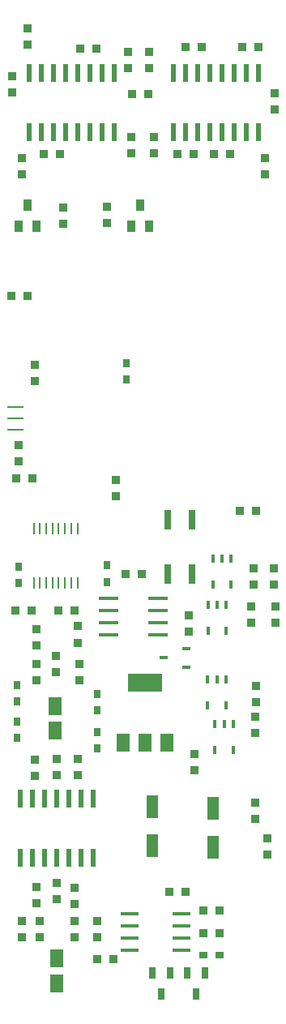
<source format=gtp>
G04 DipTrace 3.3.0.0*
G04 mBrane_02.GTP*
%MOIN*%
G04 #@! TF.FileFunction,Paste,Top*
G04 #@! TF.Part,Single*
%AMOUTLINE2*
4,1,4,
-0.023559,0.047181,
-0.023559,-0.047181,
0.023559,-0.047181,
0.023559,0.047181,
-0.023559,0.047181,
0*%
%AMOUTLINE5*
4,1,4,
0.015685,-0.017654,
-0.015685,-0.017654,
-0.015685,0.017654,
0.015685,0.017654,
0.015685,-0.017654,
0*%
%AMOUTLINE8*
4,1,4,
0.025528,-0.03537,
0.025528,0.03537,
-0.025528,0.03537,
-0.025528,-0.03537,
0.025528,-0.03537,
0*%
%AMOUTLINE11*
4,1,4,
0.017654,0.015685,
0.017654,-0.015685,
-0.017654,-0.015685,
-0.017654,0.015685,
0.017654,0.015685,
0*%
%AMOUTLINE14*
4,1,4,
-0.015685,0.017654,
0.015685,0.017654,
0.015685,-0.017654,
-0.015685,-0.017654,
-0.015685,0.017654,
0*%
%AMOUTLINE17*
4,1,4,
0.0255,0.0355,
-0.0255,0.0355,
-0.0255,-0.0355,
0.0255,-0.0355,
0.0255,0.0355,
0*%
%AMOUTLINE20*
4,1,4,
0.071,0.0355,
-0.071,0.0355,
-0.071,-0.0355,
0.071,-0.0355,
0.071,0.0355,
0*%
%AMOUTLINE23*
4,1,4,
0.009,0.036,
-0.009,0.036,
-0.009,-0.036,
0.009,-0.036,
0.009,0.036,
0*%
%AMOUTLINE26*
4,1,4,
-0.003,0.024,
-0.003,-0.024,
0.003,-0.024,
0.003,0.024,
-0.003,0.024,
0*%
%AMOUTLINE29*
4,1,4,
-0.039307,0.007811,
-0.039307,-0.007811,
0.039307,-0.007811,
0.039307,0.007811,
-0.039307,0.007811,
0*%
%AMOUTLINE32*
4,1,4,
-0.009,-0.036,
0.009,-0.036,
0.009,0.036,
-0.009,0.036,
-0.009,-0.036,
0*%
%AMOUTLINE35*
4,1,4,
0.007811,-0.017654,
-0.007811,-0.017654,
-0.007811,0.017654,
0.007811,0.017654,
0.007811,-0.017654,
0*%
%AMOUTLINE38*
4,1,4,
-0.007811,0.017654,
0.007811,0.017654,
0.007811,-0.017654,
-0.007811,-0.017654,
-0.007811,0.017654,
0*%
%AMOUTLINE53*
4,1,4,
-0.03537,-0.007811,
-0.03537,0.007811,
0.03537,0.007811,
0.03537,-0.007811,
-0.03537,-0.007811,
0*%
%AMOUTLINE56*
4,1,4,
0.015685,0.023559,
-0.015685,0.023559,
-0.015685,-0.023559,
0.015685,-0.023559,
0.015685,0.023559,
0*%
%AMOUTLINE59*
4,1,4,
-0.017654,-0.015685,
-0.017654,0.015685,
0.017654,0.015685,
0.017654,-0.015685,
-0.017654,-0.015685,
0*%
%AMOUTLINE65*
4,1,4,
0.015685,-0.001,
0.015685,0.001,
-0.015685,0.001,
-0.015685,-0.001,
0.015685,-0.001,
0*%
%AMOUTLINE68*
4,1,4,
0.001,-0.015685,
0.001,0.015685,
-0.001,0.015685,
-0.001,-0.015685,
0.001,-0.015685,
0*%
%ADD56R,0.07074X0.007748*%
%ADD62R,0.035307X0.03137*%
%ADD71R,0.033339X0.017591*%
%ADD75R,0.03137X0.078614*%
%ADD77R,0.03137X0.047118*%
%ADD79R,0.03137X0.035307*%
%ADD84OUTLINE2*%
%ADD87OUTLINE5*%
%ADD90OUTLINE8*%
%ADD93OUTLINE11*%
%ADD96OUTLINE14*%
%ADD99OUTLINE17*%
%ADD102OUTLINE20*%
%ADD105OUTLINE23*%
%ADD108OUTLINE26*%
%ADD111OUTLINE29*%
%ADD114OUTLINE32*%
%ADD117OUTLINE35*%
%ADD120OUTLINE38*%
%ADD135OUTLINE53*%
%ADD138OUTLINE56*%
%ADD141OUTLINE59*%
%ADD147OUTLINE65*%
%ADD150OUTLINE68*%
%FSLAX26Y26*%
G04*
G70*
G90*
G75*
G01*
G04 TopPaste*
%LPD*%
D84*
X1268958Y1387752D3*
Y1226334D3*
D87*
X1522994Y4327466D3*
Y4260536D3*
D90*
X625209Y669001D3*
Y771363D3*
D84*
X1018958Y1394001D3*
Y1232584D3*
D93*
X439529Y3494001D3*
X506458D3*
D96*
X443958Y4331501D3*
Y4398430D3*
D87*
X537709Y3144001D3*
Y3210930D3*
D79*
X912709Y3150252D3*
Y3217181D3*
D93*
X525208Y2744001D3*
X458279D3*
D90*
X618958Y1706501D3*
Y1808863D3*
D96*
X868958Y2737750D3*
Y2670821D3*
D87*
X712708Y1592181D3*
Y1525252D3*
D79*
X468958Y2379681D3*
Y2312752D3*
D87*
X700208Y994001D3*
Y1060930D3*
D93*
X523388Y2200250D3*
X456458D3*
D79*
X831458Y2319001D3*
Y2385930D3*
D87*
X625209Y1525252D3*
Y1592181D3*
Y1012752D3*
Y1079681D3*
D96*
X537709Y1520821D3*
Y1587750D3*
X543958Y995821D3*
Y1062750D3*
X1168958Y2112752D3*
Y2179681D3*
D93*
X860907Y768962D3*
X793978D3*
X975208Y2350250D3*
X908279D3*
D87*
X1446174Y1823036D3*
Y1889966D3*
D96*
X1437708Y2306501D3*
Y2373430D3*
D77*
X1200457Y625299D3*
X1163056Y711913D3*
X1237859D3*
X1056977Y624611D3*
X1019575Y711225D3*
X1094378D3*
D75*
X1081458Y2350252D3*
X1181458D3*
Y2575055D3*
X1081458D3*
D99*
X900208Y1656501D3*
X990208D3*
X1080208D3*
D102*
X989208Y1904501D3*
D105*
X512709Y4169001D3*
X562709D3*
X612709D3*
X662709D3*
X712709D3*
X762709D3*
X812709D3*
X862709D3*
Y4411001D3*
X812709D3*
X762709D3*
X712709D3*
X662709D3*
X612709D3*
X562709D3*
X512709D3*
X1106458Y4169001D3*
X1156458D3*
X1206458D3*
X1256458D3*
X1306458D3*
X1356458D3*
X1406458D3*
X1456458D3*
Y4411001D3*
X1406458D3*
X1356458D3*
X1306458D3*
X1256458D3*
X1206458D3*
X1156458D3*
X1106458D3*
D108*
X531458Y2312752D3*
X557458D3*
X583458D3*
X608458D3*
X634458D3*
X659458D3*
X685458D3*
X711458D3*
Y2536752D3*
X685458D3*
X659458D3*
X634458D3*
X608458D3*
X583458D3*
X557458D3*
X531458D3*
D111*
X1043958Y2100250D3*
Y2150250D3*
Y2200250D3*
Y2250250D3*
X839234D3*
Y2200250D3*
Y2150250D3*
Y2100250D3*
D114*
X777459Y1427501D3*
X727459D3*
X677459D3*
X627459D3*
X577459D3*
X527459D3*
X477459D3*
Y1185501D3*
X527459D3*
X577459D3*
X627459D3*
X677459D3*
X727459D3*
X777459D3*
D117*
X1343797Y2413093D3*
X1306395D3*
X1268994D3*
Y2306794D3*
X1343797D3*
D120*
X1323037Y2224032D3*
X1285636D3*
X1248234D3*
Y2117733D3*
X1323037D3*
D71*
X1158427Y1969001D3*
Y2043804D3*
X1067876Y2006403D3*
D117*
X1322536Y1917796D3*
X1285134D3*
X1247733D3*
Y1811497D3*
X1322536D3*
D120*
X1352722Y1733242D3*
X1315321D3*
X1277919D3*
Y1626943D3*
X1352722D3*
D135*
X1140262Y802732D3*
Y852732D3*
Y902732D3*
Y952732D3*
X927663D3*
Y902732D3*
Y852732D3*
Y802732D3*
D138*
X469155Y3782387D3*
X506557Y3869001D3*
X543958Y3782387D3*
X931655D3*
X969057Y3869001D3*
X1006458Y3782387D3*
D87*
X654243Y3858716D3*
Y3791787D3*
D96*
X506458Y4527072D3*
Y4594001D3*
D93*
X722994Y4510536D3*
X789923D3*
D96*
X918958Y4431501D3*
Y4498430D3*
X1006458Y4431501D3*
Y4498430D3*
D93*
X937709Y4325250D3*
X1004638D3*
X1156458Y4519001D3*
X1223388D3*
X1456458D3*
X1389529D3*
D87*
X831458Y3794001D3*
Y3860930D3*
X481458Y4060930D3*
Y3994001D3*
D141*
X572994Y4077466D3*
X639923D3*
D87*
X931458Y4148430D3*
Y4081501D3*
X1025208Y4148430D3*
Y4081501D3*
D141*
X1189923Y4077466D3*
X1122994D3*
X1272994D3*
X1339923D3*
D87*
X1481458Y4060930D3*
Y3994001D3*
D96*
X468958Y2881501D3*
Y2814572D3*
D87*
X543958Y1912752D3*
Y1979681D3*
Y2056501D3*
Y2123430D3*
X712708Y2069001D3*
Y2135930D3*
X718958Y1912752D3*
Y1979681D3*
D96*
X622994Y1948036D3*
Y2014966D3*
D141*
X700208Y2200250D3*
X633279D3*
D79*
X793958Y1700250D3*
Y1633321D3*
D87*
Y856501D3*
Y923430D3*
D79*
Y1789571D3*
Y1856500D3*
D87*
X700208Y856501D3*
Y923430D3*
D79*
X462708Y1827072D3*
Y1894001D3*
D87*
X556458Y856501D3*
Y923430D3*
D79*
X462708Y1677072D3*
Y1744001D3*
D87*
X481458Y856501D3*
Y923430D3*
D96*
X1518902Y2375043D3*
Y2308114D3*
D141*
X1379243Y2610536D3*
X1446172D3*
D87*
X1427213Y2150067D3*
Y2216996D3*
X1525208Y2219001D3*
Y2152072D3*
D93*
X1156440Y1043933D3*
X1089511D3*
D96*
X1193936Y1543880D3*
Y1610809D3*
D93*
X1297357Y967871D3*
X1230428D3*
X1230966Y875690D3*
X1297895D3*
D87*
X1443958Y1762750D3*
Y1695821D3*
D96*
X1493958Y1262750D3*
Y1195821D3*
D87*
X1443910Y1343901D3*
Y1410830D3*
D62*
X1230542Y785426D3*
X1297472D3*
D56*
X456460Y2944000D3*
Y2991506D3*
Y3039013D3*
D147*
X556458Y3081501D3*
Y3061816D3*
Y3042131D3*
Y3022446D3*
Y3002761D3*
Y2983076D3*
Y2963391D3*
Y2943706D3*
Y2924021D3*
Y2904336D3*
Y2884651D3*
Y2864966D3*
D150*
X615514Y2805910D3*
X635199D3*
X654884D3*
X674569D3*
X694254D3*
X713939D3*
X733624D3*
X753309D3*
X772994D3*
X792679D3*
X812364D3*
X832049D3*
D147*
X891104Y2864966D3*
Y2884651D3*
Y2904336D3*
Y2924021D3*
Y2943706D3*
Y2963391D3*
Y2983076D3*
Y3002761D3*
Y3022446D3*
Y3042131D3*
Y3061816D3*
Y3081501D3*
D150*
X832049Y3140556D3*
X812364D3*
X792679D3*
X772994D3*
X753309D3*
X733624D3*
X713939D3*
X694254D3*
X674569D3*
X654884D3*
X635199D3*
X615514D3*
M02*

</source>
